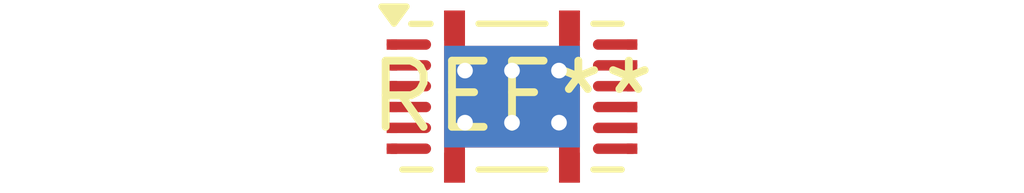
<source format=kicad_pcb>
(kicad_pcb (version 20240108) (generator pcbnew)
  (layers (0 "F.Cu" signal) (31 "B.Cu" signal) (34 "B.Paste" user) (35 "F.Paste" user) (36 "B.SilkS" user "B.Silkscreen") (37 "F.SilkS" user "F.Silkscreen") (38 "B.Mask" user) (39 "F.Mask" user) (44 "Edge.Cuts" user))
  (net 0 "")
  (footprint "Texas_S-PDSO-N12" (layer "F.Cu") (at 0 0)
    (property "Reference" "REF**")
    (property "Value" "Texas_S-PDSO-N12")
    (fp_line (start -1.56 -1.397393) (end -1.93 -1.397393) (layer "F.SilkS") (stroke (width 0.12)))
    (fp_line (start -1.56 1.4) (end -2.1 1.4) (layer "F.SilkS") (stroke (width 0.12)))
    (fp_line (start 0.64 -1.4) (end -0.64 -1.4) (layer "F.SilkS") (stroke (width 0.12)))
    (fp_line (start 0.64 1.4) (end -0.64 1.4) (layer "F.SilkS") (stroke (width 0.12)))
    (fp_line (start 1.56 -1.4) (end 2.1 -1.4) (layer "F.SilkS") (stroke (width 0.12)))
    (fp_line (start 1.56 1.4) (end 2.1 1.4) (layer "F.SilkS") (stroke (width 0.12)))
    (fp_poly (pts (xy -2.26 -1.4) (xy -2.5 -1.73) (xy -2.02 -1.73) (xy -2.26 -1.4)) (layer "F.SilkS") (stroke (width 0.12)) (fill solid))
    (pad "1" smd rect (at -2.3 -1) (size 0.2 0.2) (layers "F.Cu" "F.Paste" "F.Mask"))
    (pad "1" smd oval (at -1.975 -1) (size 0.85 0.2) (layers "F.Cu" "F.Paste" "F.Mask"))
    (pad "2" smd rect (at -2.3 -0.6) (size 0.2 0.2) (layers "F.Cu" "F.Paste" "F.Mask"))
    (pad "2" smd oval (at -1.975 -0.6) (size 0.85 0.2) (layers "F.Cu" "F.Paste" "F.Mask"))
    (pad "3" smd rect (at -2.3 -0.2) (size 0.2 0.2) (layers "F.Cu" "F.Paste" "F.Mask"))
    (pad "3" smd oval (at -1.975 -0.2) (size 0.85 0.2) (layers "F.Cu" "F.Paste" "F.Mask"))
    (pad "4" smd rect (at -2.3 0.2) (size 0.2 0.2) (layers "F.Cu" "F.Paste" "F.Mask"))
    (pad "4" smd oval (at -1.975 0.2) (size 0.85 0.2) (layers "F.Cu" "F.Paste" "F.Mask"))
    (pad "5" smd rect (at -2.3 0.6) (size 0.2 0.2) (layers "F.Cu" "F.Paste" "F.Mask"))
    (pad "5" smd oval (at -1.975 0.6) (size 0.85 0.2) (layers "F.Cu" "F.Paste" "F.Mask"))
    (pad "6" smd rect (at -2.3 1) (size 0.2 0.2) (layers "F.Cu" "F.Paste" "F.Mask"))
    (pad "6" smd oval (at -1.975 1) (size 0.85 0.2) (layers "F.Cu" "F.Paste" "F.Mask"))
    (pad "7" smd oval (at 1.975 1) (size 0.85 0.2) (layers "F.Cu" "F.Paste" "F.Mask"))
    (pad "7" smd rect (at 2.3 1) (size 0.2 0.2) (layers "F.Cu" "F.Paste" "F.Mask"))
    (pad "8" smd oval (at 1.975 0.6) (size 0.85 0.2) (layers "F.Cu" "F.Paste" "F.Mask"))
    (pad "8" smd rect (at 2.3 0.6) (size 0.2 0.2) (layers "F.Cu" "F.Paste" "F.Mask"))
    (pad "9" smd oval (at 1.975 0.2) (size 0.85 0.2) (layers "F.Cu" "F.Paste" "F.Mask"))
    (pad "9" smd rect (at 2.3 0.2) (size 0.2 0.2) (layers "F.Cu" "F.Paste" "F.Mask"))
    (pad "10" smd oval (at 1.975 -0.2) (size 0.85 0.2) (layers "F.Cu" "F.Paste" "F.Mask"))
    (pad "10" smd rect (at 2.3 -0.2) (size 0.2 0.2) (layers "F.Cu" "F.Paste" "F.Mask"))
    (pad "11" smd oval (at 1.975 -0.6) (size 0.85 0.2) (layers "F.Cu" "F.Paste" "F.Mask"))
    (pad "11" smd rect (at 2.3 -0.6) (size 0.2 0.2) (layers "F.Cu" "F.Paste" "F.Mask"))
    (pad "12" smd oval (at 1.975 -1) (size 0.85 0.2) (layers "F.Cu" "F.Paste" "F.Mask"))
    (pad "12" smd rect (at 2.3 -1) (size 0.2 0.2) (layers "F.Cu" "F.Paste" "F.Mask"))
    (pad "13" smd rect (at -1.1 -1.365 270) (size 0.575 0.4) (layers "F.Cu" "F.Paste" "F.Mask"))
    (pad "13" smd rect (at -1.1 -1.3125 270) (size 0.675 0.4) (layers "F.Cu" "F.Mask"))
    (pad "13" smd rect (at -1.1 1.3125 270) (size 0.675 0.4) (layers "F.Cu" "F.Mask"))
    (pad "13" smd rect (at -1.1 1.365 270) (size 0.575 0.4) (layers "F.Cu" "F.Paste" "F.Mask"))
    (pad "13" thru_hole circle (at -0.9 -0.5) (size 0.6 0.6) (drill 0.3) (layers *.Cu) (remove_unused_layers))
    (pad "13" thru_hole circle (at -0.9 0.5) (size 0.6 0.6) (drill 0.3) (layers *.Cu) (remove_unused_layers))
    (pad "13" smd rect (at -0.65 -0.4875 90) (size 0.975 1.3) (layers "F.Cu" "F.Paste"))
    (pad "13" smd rect (at -0.65 0.4875 90) (size 0.975 1.3) (layers "F.Cu" "F.Paste"))
    (pad "13" thru_hole circle (at 0 -0.5) (size 0.6 0.6) (drill 0.3) (layers *.Cu) (remove_unused_layers))
    (pad "13" smd rect (at 0 0 270) (size 1.95 2.6) (layers "F.Cu" "F.Mask"))
    (pad "13" smd rect (at 0 0 270) (size 1.95 2.6) (layers "B.Cu" "F.Mask"))
    (pad "13" thru_hole circle (at 0 0.5) (size 0.6 0.6) (drill 0.3) (layers *.Cu) (remove_unused_layers))
    (pad "13" smd rect (at 0.65 -0.4875 90) (size 0.975 1.3) (layers "F.Cu" "F.Paste"))
    (pad "13" smd rect (at 0.65 0.4875 90) (size 0.975 1.3) (layers "F.Cu" "F.Paste"))
    (pad "13" thru_hole circle (at 0.9 -0.5) (size 0.6 0.6) (drill 0.3) (layers *.Cu) (remove_unused_layers))
    (pad "13" thru_hole circle (at 0.9 0.5) (size 0.6 0.6) (drill 0.3) (layers *.Cu) (remove_unused_layers))
    (pad "13" smd rect (at 1.1 -1.365 270) (size 0.575 0.4) (layers "F.Cu" "F.Paste" "F.Mask"))
    (pad "13" smd rect (at 1.1 -1.3125 270) (size 0.675 0.4) (layers "F.Cu" "F.Mask"))
    (pad "13" smd rect (at 1.1 1.3125 270) (size 0.675 0.4) (layers "F.Cu" "F.Mask"))
    (pad "13" smd rect (at 1.1 1.365 270) (size 0.575 0.4) (layers "F.Cu" "F.Paste" "F.Mask"))
  )
)
</source>
